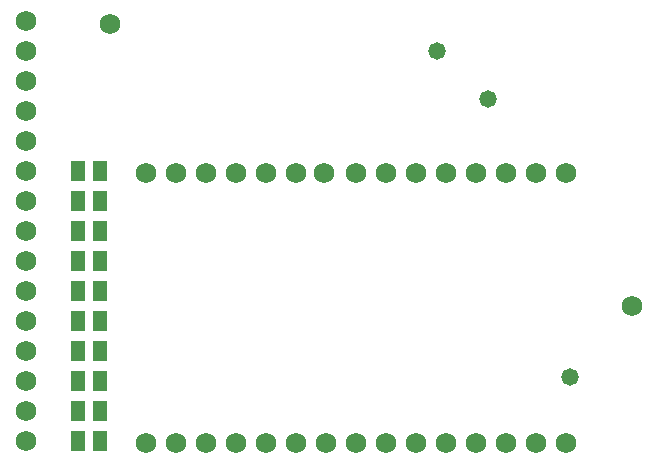
<source format=gbs>
G04*
G04 #@! TF.GenerationSoftware,Altium Limited,Altium Designer,20.0.14 (345)*
G04*
G04 Layer_Color=16711935*
%FSLAX25Y25*%
%MOIN*%
G70*
G01*
G75*
%ADD15C,0.06800*%
%ADD16C,0.05800*%
%ADD23R,0.04737X0.06509*%
D15*
X214000Y56000D02*
D03*
X40000Y150000D02*
D03*
X12000Y151000D02*
D03*
Y141000D02*
D03*
Y131000D02*
D03*
Y11000D02*
D03*
Y21000D02*
D03*
Y31000D02*
D03*
Y41000D02*
D03*
Y51000D02*
D03*
Y61000D02*
D03*
Y71000D02*
D03*
Y81000D02*
D03*
Y91000D02*
D03*
Y101000D02*
D03*
Y111000D02*
D03*
Y121000D02*
D03*
X52000Y10500D02*
D03*
X62000D02*
D03*
X72000D02*
D03*
X82000D02*
D03*
X92000D02*
D03*
X102000D02*
D03*
X112000D02*
D03*
X122000D02*
D03*
X132000D02*
D03*
X142000D02*
D03*
X152000D02*
D03*
X162000D02*
D03*
X172000D02*
D03*
X182000D02*
D03*
X192000D02*
D03*
Y100264D02*
D03*
X182000D02*
D03*
X172000D02*
D03*
X162000D02*
D03*
X152000D02*
D03*
X142000D02*
D03*
X132000D02*
D03*
X122000D02*
D03*
X111500D02*
D03*
X102000D02*
D03*
X92000D02*
D03*
X82000D02*
D03*
X72000D02*
D03*
X62000D02*
D03*
X52000D02*
D03*
D16*
X193500Y32500D02*
D03*
X166000Y125000D02*
D03*
X149000Y141000D02*
D03*
D23*
X29260Y31000D02*
D03*
X36740D02*
D03*
X29260Y101000D02*
D03*
X36740D02*
D03*
X29260Y91000D02*
D03*
X36740D02*
D03*
X29260Y81000D02*
D03*
X36740D02*
D03*
X29260Y71000D02*
D03*
X36740D02*
D03*
X29260Y61000D02*
D03*
X36740D02*
D03*
X29260Y51000D02*
D03*
X36740D02*
D03*
X29260Y21000D02*
D03*
X36740D02*
D03*
X29260Y41000D02*
D03*
X36740D02*
D03*
X29260Y11000D02*
D03*
X36740D02*
D03*
M02*

</source>
